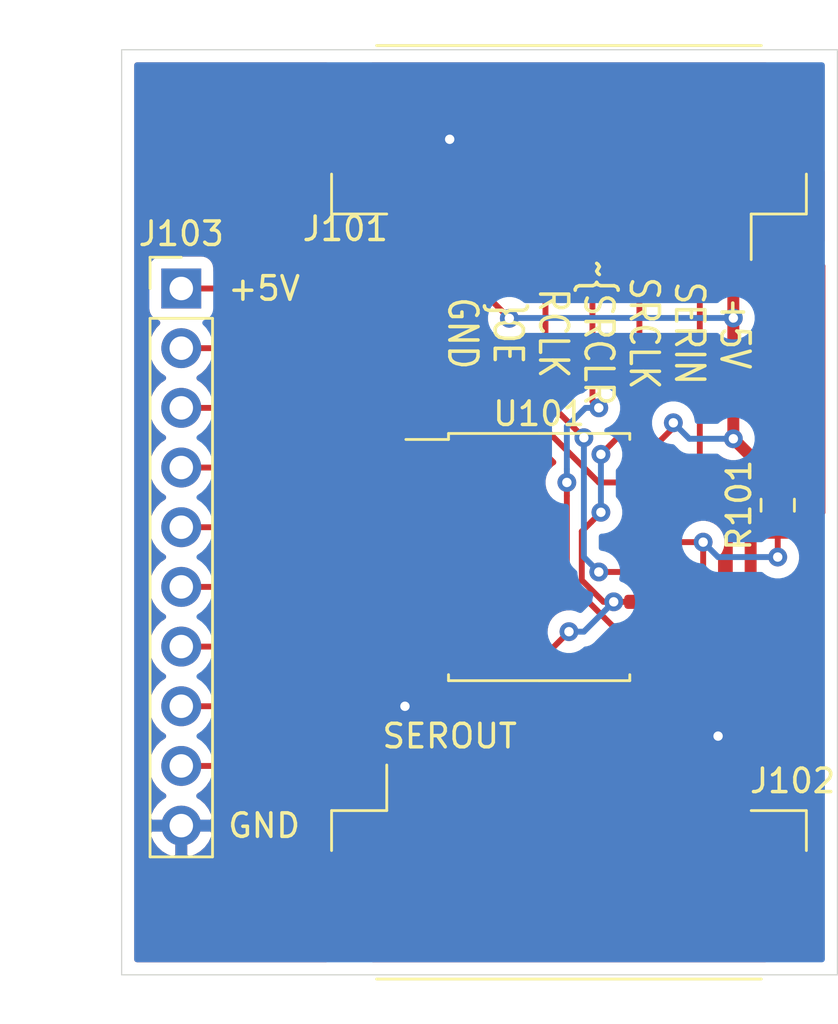
<source format=kicad_pcb>
(kicad_pcb (version 20171130) (host pcbnew 5.1.5-52549c5~84~ubuntu18.04.1)

  (general
    (thickness 1.6)
    (drawings 8)
    (tracks 130)
    (zones 0)
    (modules 5)
    (nets 17)
  )

  (page A4)
  (layers
    (0 F.Cu signal)
    (31 B.Cu signal)
    (32 B.Adhes user)
    (33 F.Adhes user)
    (34 B.Paste user)
    (35 F.Paste user)
    (36 B.SilkS user)
    (37 F.SilkS user)
    (38 B.Mask user)
    (39 F.Mask user)
    (40 Dwgs.User user)
    (41 Cmts.User user)
    (42 Eco1.User user)
    (43 Eco2.User user)
    (44 Edge.Cuts user)
    (45 Margin user)
    (46 B.CrtYd user)
    (47 F.CrtYd user)
    (48 B.Fab user)
    (49 F.Fab user)
  )

  (setup
    (last_trace_width 0.25)
    (user_trace_width 0.508)
    (trace_clearance 0.2)
    (zone_clearance 0.508)
    (zone_45_only no)
    (trace_min 0.2)
    (via_size 0.8)
    (via_drill 0.4)
    (via_min_size 0.4)
    (via_min_drill 0.3)
    (uvia_size 0.3)
    (uvia_drill 0.1)
    (uvias_allowed no)
    (uvia_min_size 0.2)
    (uvia_min_drill 0.1)
    (edge_width 0.05)
    (segment_width 0.2)
    (pcb_text_width 0.3)
    (pcb_text_size 1.5 1.5)
    (mod_edge_width 0.12)
    (mod_text_size 1 1)
    (mod_text_width 0.15)
    (pad_size 1.524 1.524)
    (pad_drill 0.762)
    (pad_to_mask_clearance 0.051)
    (solder_mask_min_width 0.25)
    (aux_axis_origin 0 0)
    (visible_elements FFFFFF7F)
    (pcbplotparams
      (layerselection 0x010f0_ffffffff)
      (usegerberextensions false)
      (usegerberattributes false)
      (usegerberadvancedattributes false)
      (creategerberjobfile false)
      (excludeedgelayer true)
      (linewidth 0.100000)
      (plotframeref false)
      (viasonmask false)
      (mode 1)
      (useauxorigin false)
      (hpglpennumber 1)
      (hpglpenspeed 20)
      (hpglpendiameter 15.000000)
      (psnegative false)
      (psa4output false)
      (plotreference true)
      (plotvalue true)
      (plotinvisibletext false)
      (padsonsilk false)
      (subtractmaskfromsilk false)
      (outputformat 1)
      (mirror false)
      (drillshape 0)
      (scaleselection 1)
      (outputdirectory "Gerbers"))
  )

  (net 0 "")
  (net 1 GND)
  (net 2 /~OE)
  (net 3 /RCLK)
  (net 4 /~SRCLR)
  (net 5 /SRCLK)
  (net 6 /SERIN)
  (net 7 +5V)
  (net 8 /SEROUT)
  (net 9 "Net-(J103-Pad9)")
  (net 10 "Net-(J103-Pad8)")
  (net 11 "Net-(J103-Pad7)")
  (net 12 "Net-(J103-Pad6)")
  (net 13 "Net-(J103-Pad5)")
  (net 14 "Net-(J103-Pad4)")
  (net 15 "Net-(J103-Pad3)")
  (net 16 "Net-(J103-Pad2)")

  (net_class Default "This is the default net class."
    (clearance 0.2)
    (trace_width 0.25)
    (via_dia 0.8)
    (via_drill 0.4)
    (uvia_dia 0.3)
    (uvia_drill 0.1)
    (add_net +5V)
    (add_net /RCLK)
    (add_net /SERIN)
    (add_net /SEROUT)
    (add_net /SRCLK)
    (add_net /~OE)
    (add_net /~SRCLR)
    (add_net GND)
    (add_net "Net-(J103-Pad2)")
    (add_net "Net-(J103-Pad3)")
    (add_net "Net-(J103-Pad4)")
    (add_net "Net-(J103-Pad5)")
    (add_net "Net-(J103-Pad6)")
    (add_net "Net-(J103-Pad7)")
    (add_net "Net-(J103-Pad8)")
    (add_net "Net-(J103-Pad9)")
  )

  (module Package_SO:SOIC-16W_7.5x10.3mm_P1.27mm (layer F.Cu) (tedit 5C97300E) (tstamp 5DD21950)
    (at 157.48 76.2)
    (descr "SOIC, 16 Pin (JEDEC MS-013AA, https://www.analog.com/media/en/package-pcb-resources/package/pkg_pdf/soic_wide-rw/rw_16.pdf), generated with kicad-footprint-generator ipc_gullwing_generator.py")
    (tags "SOIC SO")
    (path /5DD1B1EA)
    (attr smd)
    (fp_text reference U101 (at 0 -6.1) (layer F.SilkS)
      (effects (font (size 1 1) (thickness 0.15)))
    )
    (fp_text value 74HC595 (at 0 6.1) (layer F.Fab)
      (effects (font (size 1 1) (thickness 0.15)))
    )
    (fp_text user %R (at 0 0) (layer F.Fab)
      (effects (font (size 1 1) (thickness 0.15)))
    )
    (fp_line (start 5.93 -5.4) (end -5.93 -5.4) (layer F.CrtYd) (width 0.05))
    (fp_line (start 5.93 5.4) (end 5.93 -5.4) (layer F.CrtYd) (width 0.05))
    (fp_line (start -5.93 5.4) (end 5.93 5.4) (layer F.CrtYd) (width 0.05))
    (fp_line (start -5.93 -5.4) (end -5.93 5.4) (layer F.CrtYd) (width 0.05))
    (fp_line (start -3.75 -4.15) (end -2.75 -5.15) (layer F.Fab) (width 0.1))
    (fp_line (start -3.75 5.15) (end -3.75 -4.15) (layer F.Fab) (width 0.1))
    (fp_line (start 3.75 5.15) (end -3.75 5.15) (layer F.Fab) (width 0.1))
    (fp_line (start 3.75 -5.15) (end 3.75 5.15) (layer F.Fab) (width 0.1))
    (fp_line (start -2.75 -5.15) (end 3.75 -5.15) (layer F.Fab) (width 0.1))
    (fp_line (start -3.86 -5.005) (end -5.675 -5.005) (layer F.SilkS) (width 0.12))
    (fp_line (start -3.86 -5.26) (end -3.86 -5.005) (layer F.SilkS) (width 0.12))
    (fp_line (start 0 -5.26) (end -3.86 -5.26) (layer F.SilkS) (width 0.12))
    (fp_line (start 3.86 -5.26) (end 3.86 -5.005) (layer F.SilkS) (width 0.12))
    (fp_line (start 0 -5.26) (end 3.86 -5.26) (layer F.SilkS) (width 0.12))
    (fp_line (start -3.86 5.26) (end -3.86 5.005) (layer F.SilkS) (width 0.12))
    (fp_line (start 0 5.26) (end -3.86 5.26) (layer F.SilkS) (width 0.12))
    (fp_line (start 3.86 5.26) (end 3.86 5.005) (layer F.SilkS) (width 0.12))
    (fp_line (start 0 5.26) (end 3.86 5.26) (layer F.SilkS) (width 0.12))
    (pad 16 smd roundrect (at 4.65 -4.445) (size 2.05 0.6) (layers F.Cu F.Paste F.Mask) (roundrect_rratio 0.25)
      (net 7 +5V))
    (pad 15 smd roundrect (at 4.65 -3.175) (size 2.05 0.6) (layers F.Cu F.Paste F.Mask) (roundrect_rratio 0.25)
      (net 16 "Net-(J103-Pad2)"))
    (pad 14 smd roundrect (at 4.65 -1.905) (size 2.05 0.6) (layers F.Cu F.Paste F.Mask) (roundrect_rratio 0.25)
      (net 6 /SERIN))
    (pad 13 smd roundrect (at 4.65 -0.635) (size 2.05 0.6) (layers F.Cu F.Paste F.Mask) (roundrect_rratio 0.25)
      (net 2 /~OE))
    (pad 12 smd roundrect (at 4.65 0.635) (size 2.05 0.6) (layers F.Cu F.Paste F.Mask) (roundrect_rratio 0.25)
      (net 3 /RCLK))
    (pad 11 smd roundrect (at 4.65 1.905) (size 2.05 0.6) (layers F.Cu F.Paste F.Mask) (roundrect_rratio 0.25)
      (net 5 /SRCLK))
    (pad 10 smd roundrect (at 4.65 3.175) (size 2.05 0.6) (layers F.Cu F.Paste F.Mask) (roundrect_rratio 0.25)
      (net 4 /~SRCLR))
    (pad 9 smd roundrect (at 4.65 4.445) (size 2.05 0.6) (layers F.Cu F.Paste F.Mask) (roundrect_rratio 0.25)
      (net 8 /SEROUT))
    (pad 8 smd roundrect (at -4.65 4.445) (size 2.05 0.6) (layers F.Cu F.Paste F.Mask) (roundrect_rratio 0.25)
      (net 1 GND))
    (pad 7 smd roundrect (at -4.65 3.175) (size 2.05 0.6) (layers F.Cu F.Paste F.Mask) (roundrect_rratio 0.25)
      (net 9 "Net-(J103-Pad9)"))
    (pad 6 smd roundrect (at -4.65 1.905) (size 2.05 0.6) (layers F.Cu F.Paste F.Mask) (roundrect_rratio 0.25)
      (net 10 "Net-(J103-Pad8)"))
    (pad 5 smd roundrect (at -4.65 0.635) (size 2.05 0.6) (layers F.Cu F.Paste F.Mask) (roundrect_rratio 0.25)
      (net 11 "Net-(J103-Pad7)"))
    (pad 4 smd roundrect (at -4.65 -0.635) (size 2.05 0.6) (layers F.Cu F.Paste F.Mask) (roundrect_rratio 0.25)
      (net 12 "Net-(J103-Pad6)"))
    (pad 3 smd roundrect (at -4.65 -1.905) (size 2.05 0.6) (layers F.Cu F.Paste F.Mask) (roundrect_rratio 0.25)
      (net 13 "Net-(J103-Pad5)"))
    (pad 2 smd roundrect (at -4.65 -3.175) (size 2.05 0.6) (layers F.Cu F.Paste F.Mask) (roundrect_rratio 0.25)
      (net 14 "Net-(J103-Pad4)"))
    (pad 1 smd roundrect (at -4.65 -4.445) (size 2.05 0.6) (layers F.Cu F.Paste F.Mask) (roundrect_rratio 0.25)
      (net 15 "Net-(J103-Pad3)"))
    (model ${KISYS3DMOD}/Package_SO.3dshapes/SOIC-16W_7.5x10.3mm_P1.27mm.wrl
      (at (xyz 0 0 0))
      (scale (xyz 1 1 1))
      (rotate (xyz 0 0 0))
    )
  )

  (module Resistor_SMD:R_0805_2012Metric (layer F.Cu) (tedit 5B36C52B) (tstamp 5DD21AB4)
    (at 167.64 73.9925 90)
    (descr "Resistor SMD 0805 (2012 Metric), square (rectangular) end terminal, IPC_7351 nominal, (Body size source: https://docs.google.com/spreadsheets/d/1BsfQQcO9C6DZCsRaXUlFlo91Tg2WpOkGARC1WS5S8t0/edit?usp=sharing), generated with kicad-footprint-generator")
    (tags resistor)
    (path /5DD25EBA)
    (attr smd)
    (fp_text reference R101 (at 0 -1.65 90) (layer F.SilkS)
      (effects (font (size 1 1) (thickness 0.15)))
    )
    (fp_text value 10k (at 0 1.65 90) (layer F.Fab)
      (effects (font (size 1 1) (thickness 0.15)))
    )
    (fp_text user %R (at 0 0 90) (layer F.Fab)
      (effects (font (size 0.5 0.5) (thickness 0.08)))
    )
    (fp_line (start 1.68 0.95) (end -1.68 0.95) (layer F.CrtYd) (width 0.05))
    (fp_line (start 1.68 -0.95) (end 1.68 0.95) (layer F.CrtYd) (width 0.05))
    (fp_line (start -1.68 -0.95) (end 1.68 -0.95) (layer F.CrtYd) (width 0.05))
    (fp_line (start -1.68 0.95) (end -1.68 -0.95) (layer F.CrtYd) (width 0.05))
    (fp_line (start -0.258578 0.71) (end 0.258578 0.71) (layer F.SilkS) (width 0.12))
    (fp_line (start -0.258578 -0.71) (end 0.258578 -0.71) (layer F.SilkS) (width 0.12))
    (fp_line (start 1 0.6) (end -1 0.6) (layer F.Fab) (width 0.1))
    (fp_line (start 1 -0.6) (end 1 0.6) (layer F.Fab) (width 0.1))
    (fp_line (start -1 -0.6) (end 1 -0.6) (layer F.Fab) (width 0.1))
    (fp_line (start -1 0.6) (end -1 -0.6) (layer F.Fab) (width 0.1))
    (pad 2 smd roundrect (at 0.9375 0 90) (size 0.975 1.4) (layers F.Cu F.Paste F.Mask) (roundrect_rratio 0.25)
      (net 7 +5V))
    (pad 1 smd roundrect (at -0.9375 0 90) (size 0.975 1.4) (layers F.Cu F.Paste F.Mask) (roundrect_rratio 0.25)
      (net 2 /~OE))
    (model ${KISYS3DMOD}/Resistor_SMD.3dshapes/R_0805_2012Metric.wrl
      (at (xyz 0 0 0))
      (scale (xyz 1 1 1))
      (rotate (xyz 0 0 0))
    )
  )

  (module Connector_PinHeader_2.54mm:PinHeader_1x10_P2.54mm_Vertical (layer F.Cu) (tedit 59FED5CC) (tstamp 5DD21620)
    (at 142.24 64.77)
    (descr "Through hole straight pin header, 1x10, 2.54mm pitch, single row")
    (tags "Through hole pin header THT 1x10 2.54mm single row")
    (path /5DD2C159)
    (fp_text reference J103 (at 0 -2.33) (layer F.SilkS)
      (effects (font (size 1 1) (thickness 0.15)))
    )
    (fp_text value Conn_01x10_Female (at 0 25.19) (layer F.Fab)
      (effects (font (size 1 1) (thickness 0.15)))
    )
    (fp_text user %R (at 0 11.43 90) (layer F.Fab)
      (effects (font (size 1 1) (thickness 0.15)))
    )
    (fp_line (start 1.8 -1.8) (end -1.8 -1.8) (layer F.CrtYd) (width 0.05))
    (fp_line (start 1.8 24.65) (end 1.8 -1.8) (layer F.CrtYd) (width 0.05))
    (fp_line (start -1.8 24.65) (end 1.8 24.65) (layer F.CrtYd) (width 0.05))
    (fp_line (start -1.8 -1.8) (end -1.8 24.65) (layer F.CrtYd) (width 0.05))
    (fp_line (start -1.33 -1.33) (end 0 -1.33) (layer F.SilkS) (width 0.12))
    (fp_line (start -1.33 0) (end -1.33 -1.33) (layer F.SilkS) (width 0.12))
    (fp_line (start -1.33 1.27) (end 1.33 1.27) (layer F.SilkS) (width 0.12))
    (fp_line (start 1.33 1.27) (end 1.33 24.19) (layer F.SilkS) (width 0.12))
    (fp_line (start -1.33 1.27) (end -1.33 24.19) (layer F.SilkS) (width 0.12))
    (fp_line (start -1.33 24.19) (end 1.33 24.19) (layer F.SilkS) (width 0.12))
    (fp_line (start -1.27 -0.635) (end -0.635 -1.27) (layer F.Fab) (width 0.1))
    (fp_line (start -1.27 24.13) (end -1.27 -0.635) (layer F.Fab) (width 0.1))
    (fp_line (start 1.27 24.13) (end -1.27 24.13) (layer F.Fab) (width 0.1))
    (fp_line (start 1.27 -1.27) (end 1.27 24.13) (layer F.Fab) (width 0.1))
    (fp_line (start -0.635 -1.27) (end 1.27 -1.27) (layer F.Fab) (width 0.1))
    (pad 10 thru_hole oval (at 0 22.86) (size 1.7 1.7) (drill 1) (layers *.Cu *.Mask)
      (net 1 GND))
    (pad 9 thru_hole oval (at 0 20.32) (size 1.7 1.7) (drill 1) (layers *.Cu *.Mask)
      (net 9 "Net-(J103-Pad9)"))
    (pad 8 thru_hole oval (at 0 17.78) (size 1.7 1.7) (drill 1) (layers *.Cu *.Mask)
      (net 10 "Net-(J103-Pad8)"))
    (pad 7 thru_hole oval (at 0 15.24) (size 1.7 1.7) (drill 1) (layers *.Cu *.Mask)
      (net 11 "Net-(J103-Pad7)"))
    (pad 6 thru_hole oval (at 0 12.7) (size 1.7 1.7) (drill 1) (layers *.Cu *.Mask)
      (net 12 "Net-(J103-Pad6)"))
    (pad 5 thru_hole oval (at 0 10.16) (size 1.7 1.7) (drill 1) (layers *.Cu *.Mask)
      (net 13 "Net-(J103-Pad5)"))
    (pad 4 thru_hole oval (at 0 7.62) (size 1.7 1.7) (drill 1) (layers *.Cu *.Mask)
      (net 14 "Net-(J103-Pad4)"))
    (pad 3 thru_hole oval (at 0 5.08) (size 1.7 1.7) (drill 1) (layers *.Cu *.Mask)
      (net 15 "Net-(J103-Pad3)"))
    (pad 2 thru_hole oval (at 0 2.54) (size 1.7 1.7) (drill 1) (layers *.Cu *.Mask)
      (net 16 "Net-(J103-Pad2)"))
    (pad 1 thru_hole rect (at 0 0) (size 1.7 1.7) (drill 1) (layers *.Cu *.Mask)
      (net 7 +5V))
    (model ${KISYS3DMOD}/Connector_PinHeader_2.54mm.3dshapes/PinHeader_1x10_P2.54mm_Vertical.wrl
      (at (xyz 0 0 0))
      (scale (xyz 1 1 1))
      (rotate (xyz 0 0 0))
    )
  )

  (module Connector_Molex:Molex_CLIK-Mate_502494-0870_1x08-1MP_P2.00mm_Horizontal (layer F.Cu) (tedit 5B78AD8A) (tstamp 5DD21602)
    (at 158.75 88.9)
    (descr "Molex CLIK-Mate series connector, 502494-0870 (http://www.molex.com/pdm_docs/sd/5024940270_sd.pdf), generated with kicad-footprint-generator")
    (tags "connector Molex CLIK-Mate top entry")
    (path /5DD1E95A)
    (attr smd)
    (fp_text reference J102 (at 9.525 -3.175) (layer F.SilkS)
      (effects (font (size 1 1) (thickness 0.15)))
    )
    (fp_text value Conn_01x07_Male (at 0 6.35) (layer F.Fab)
      (effects (font (size 1 1) (thickness 0.15)))
    )
    (fp_text user %R (at 0 0.38) (layer F.Fab)
      (effects (font (size 1 1) (thickness 0.15)))
    )
    (fp_line (start -7 -1.092893) (end -6.5 -1.8) (layer F.Fab) (width 0.1))
    (fp_line (start -7.5 -1.8) (end -7 -1.092893) (layer F.Fab) (width 0.1))
    (fp_line (start 10.75 -4.35) (end -10.75 -4.35) (layer F.CrtYd) (width 0.05))
    (fp_line (start 10.75 5.65) (end 10.75 -4.35) (layer F.CrtYd) (width 0.05))
    (fp_line (start -10.75 5.65) (end 10.75 5.65) (layer F.CrtYd) (width 0.05))
    (fp_line (start -10.75 -4.35) (end -10.75 5.65) (layer F.CrtYd) (width 0.05))
    (fp_line (start 10 -1.8) (end 10 2.55) (layer F.Fab) (width 0.1))
    (fp_line (start -10 -1.8) (end -10 2.55) (layer F.Fab) (width 0.1))
    (fp_line (start 9.67 2.55) (end 10 2.55) (layer F.Fab) (width 0.1))
    (fp_line (start 9.67 5.15) (end 9.67 2.55) (layer F.Fab) (width 0.1))
    (fp_line (start -9.67 5.15) (end 9.67 5.15) (layer F.Fab) (width 0.1))
    (fp_line (start -9.67 2.55) (end -9.67 5.15) (layer F.Fab) (width 0.1))
    (fp_line (start -10 2.55) (end -9.67 2.55) (layer F.Fab) (width 0.1))
    (fp_line (start -8.19 5.26) (end 8.19 5.26) (layer F.SilkS) (width 0.12))
    (fp_line (start 10.11 -1.91) (end 7.76 -1.91) (layer F.SilkS) (width 0.12))
    (fp_line (start 10.11 -0.21) (end 10.11 -1.91) (layer F.SilkS) (width 0.12))
    (fp_line (start -7.76 -1.91) (end -7.76 -3.85) (layer F.SilkS) (width 0.12))
    (fp_line (start -10.11 -1.91) (end -7.76 -1.91) (layer F.SilkS) (width 0.12))
    (fp_line (start -10.11 -0.21) (end -10.11 -1.91) (layer F.SilkS) (width 0.12))
    (fp_line (start -10 -1.8) (end 10 -1.8) (layer F.Fab) (width 0.1))
    (pad MP smd roundrect (at 9.35 1.95) (size 1.8 3.8) (layers F.Cu F.Paste F.Mask) (roundrect_rratio 0.138889))
    (pad MP smd roundrect (at -9.35 1.95) (size 1.8 3.8) (layers F.Cu F.Paste F.Mask) (roundrect_rratio 0.138889))
    (pad 8 smd roundrect (at 7 -2.5) (size 1 2.7) (layers F.Cu F.Paste F.Mask) (roundrect_rratio 0.25))
    (pad 7 smd roundrect (at 5 -2.5) (size 1 2.7) (layers F.Cu F.Paste F.Mask) (roundrect_rratio 0.25)
      (net 1 GND))
    (pad 6 smd roundrect (at 3 -2.5) (size 1 2.7) (layers F.Cu F.Paste F.Mask) (roundrect_rratio 0.25)
      (net 2 /~OE))
    (pad 5 smd roundrect (at 1 -2.5) (size 1 2.7) (layers F.Cu F.Paste F.Mask) (roundrect_rratio 0.25)
      (net 3 /RCLK))
    (pad 4 smd roundrect (at -1 -2.5) (size 1 2.7) (layers F.Cu F.Paste F.Mask) (roundrect_rratio 0.25)
      (net 4 /~SRCLR))
    (pad 3 smd roundrect (at -3 -2.5) (size 1 2.7) (layers F.Cu F.Paste F.Mask) (roundrect_rratio 0.25)
      (net 5 /SRCLK))
    (pad 2 smd roundrect (at -5 -2.5) (size 1 2.7) (layers F.Cu F.Paste F.Mask) (roundrect_rratio 0.25)
      (net 8 /SEROUT))
    (pad 1 smd roundrect (at -7 -2.5) (size 1 2.7) (layers F.Cu F.Paste F.Mask) (roundrect_rratio 0.25)
      (net 7 +5V))
    (model ${KISYS3DMOD}/Connector_Molex.3dshapes/Molex_CLIK-Mate_502494-0870_1x08-1MP_P2.00mm_Horizontal.wrl
      (at (xyz 0 0 0))
      (scale (xyz 1 1 1))
      (rotate (xyz 0 0 0))
    )
  )

  (module Connector_Molex:Molex_CLIK-Mate_502494-0870_1x08-1MP_P2.00mm_Horizontal (layer F.Cu) (tedit 5B78AD8A) (tstamp 5DD215DF)
    (at 158.75 59.69 180)
    (descr "Molex CLIK-Mate series connector, 502494-0870 (http://www.molex.com/pdm_docs/sd/5024940270_sd.pdf), generated with kicad-footprint-generator")
    (tags "connector Molex CLIK-Mate top entry")
    (path /5DD1E13B)
    (attr smd)
    (fp_text reference J101 (at 9.525 -2.54) (layer F.SilkS)
      (effects (font (size 1 1) (thickness 0.15)))
    )
    (fp_text value Conn_01x07_Female (at 0 6.35) (layer F.Fab)
      (effects (font (size 1 1) (thickness 0.15)))
    )
    (fp_text user %R (at 0 0.38) (layer F.Fab)
      (effects (font (size 1 1) (thickness 0.15)))
    )
    (fp_line (start -7 -1.092893) (end -6.5 -1.8) (layer F.Fab) (width 0.1))
    (fp_line (start -7.5 -1.8) (end -7 -1.092893) (layer F.Fab) (width 0.1))
    (fp_line (start 10.75 -4.35) (end -10.75 -4.35) (layer F.CrtYd) (width 0.05))
    (fp_line (start 10.75 5.65) (end 10.75 -4.35) (layer F.CrtYd) (width 0.05))
    (fp_line (start -10.75 5.65) (end 10.75 5.65) (layer F.CrtYd) (width 0.05))
    (fp_line (start -10.75 -4.35) (end -10.75 5.65) (layer F.CrtYd) (width 0.05))
    (fp_line (start 10 -1.8) (end 10 2.55) (layer F.Fab) (width 0.1))
    (fp_line (start -10 -1.8) (end -10 2.55) (layer F.Fab) (width 0.1))
    (fp_line (start 9.67 2.55) (end 10 2.55) (layer F.Fab) (width 0.1))
    (fp_line (start 9.67 5.15) (end 9.67 2.55) (layer F.Fab) (width 0.1))
    (fp_line (start -9.67 5.15) (end 9.67 5.15) (layer F.Fab) (width 0.1))
    (fp_line (start -9.67 2.55) (end -9.67 5.15) (layer F.Fab) (width 0.1))
    (fp_line (start -10 2.55) (end -9.67 2.55) (layer F.Fab) (width 0.1))
    (fp_line (start -8.19 5.26) (end 8.19 5.26) (layer F.SilkS) (width 0.12))
    (fp_line (start 10.11 -1.91) (end 7.76 -1.91) (layer F.SilkS) (width 0.12))
    (fp_line (start 10.11 -0.21) (end 10.11 -1.91) (layer F.SilkS) (width 0.12))
    (fp_line (start -7.76 -1.91) (end -7.76 -3.85) (layer F.SilkS) (width 0.12))
    (fp_line (start -10.11 -1.91) (end -7.76 -1.91) (layer F.SilkS) (width 0.12))
    (fp_line (start -10.11 -0.21) (end -10.11 -1.91) (layer F.SilkS) (width 0.12))
    (fp_line (start -10 -1.8) (end 10 -1.8) (layer F.Fab) (width 0.1))
    (pad MP smd roundrect (at 9.35 1.95 180) (size 1.8 3.8) (layers F.Cu F.Paste F.Mask) (roundrect_rratio 0.138889))
    (pad MP smd roundrect (at -9.35 1.95 180) (size 1.8 3.8) (layers F.Cu F.Paste F.Mask) (roundrect_rratio 0.138889))
    (pad 8 smd roundrect (at 7 -2.5 180) (size 1 2.7) (layers F.Cu F.Paste F.Mask) (roundrect_rratio 0.25))
    (pad 7 smd roundrect (at 5 -2.5 180) (size 1 2.7) (layers F.Cu F.Paste F.Mask) (roundrect_rratio 0.25)
      (net 1 GND))
    (pad 6 smd roundrect (at 3 -2.5 180) (size 1 2.7) (layers F.Cu F.Paste F.Mask) (roundrect_rratio 0.25)
      (net 2 /~OE))
    (pad 5 smd roundrect (at 1 -2.5 180) (size 1 2.7) (layers F.Cu F.Paste F.Mask) (roundrect_rratio 0.25)
      (net 3 /RCLK))
    (pad 4 smd roundrect (at -1 -2.5 180) (size 1 2.7) (layers F.Cu F.Paste F.Mask) (roundrect_rratio 0.25)
      (net 4 /~SRCLR))
    (pad 3 smd roundrect (at -3 -2.5 180) (size 1 2.7) (layers F.Cu F.Paste F.Mask) (roundrect_rratio 0.25)
      (net 5 /SRCLK))
    (pad 2 smd roundrect (at -5 -2.5 180) (size 1 2.7) (layers F.Cu F.Paste F.Mask) (roundrect_rratio 0.25)
      (net 6 /SERIN))
    (pad 1 smd roundrect (at -7 -2.5 180) (size 1 2.7) (layers F.Cu F.Paste F.Mask) (roundrect_rratio 0.25)
      (net 7 +5V))
    (model ${KISYS3DMOD}/Connector_Molex.3dshapes/Molex_CLIK-Mate_502494-0870_1x08-1MP_P2.00mm_Horizontal.wrl
      (at (xyz 0 0 0))
      (scale (xyz 1 1 1))
      (rotate (xyz 0 0 0))
    )
  )

  (gr_text SEROUT (at 153.67 83.82) (layer F.SilkS)
    (effects (font (size 1 1) (thickness 0.15)))
  )
  (gr_text "+5V\nSERIN\nSRCLK\n~SRCLR\nRCLK\n~OE\nGND" (at 160.02 66.675 270) (layer F.SilkS)
    (effects (font (size 1.2 1) (thickness 0.15)))
  )
  (gr_text GND (at 144.145 87.63) (layer F.SilkS)
    (effects (font (size 1 1) (thickness 0.15)) (justify left))
  )
  (gr_text "+5V\n" (at 144.145 64.77) (layer F.SilkS)
    (effects (font (size 1 1) (thickness 0.15)) (justify left))
  )
  (gr_line (start 139.7 93.98) (end 139.7 54.61) (layer Edge.Cuts) (width 0.05) (tstamp 5DD21B15))
  (gr_line (start 170.18 93.98) (end 139.7 93.98) (layer Edge.Cuts) (width 0.05))
  (gr_line (start 170.18 54.61) (end 170.18 93.98) (layer Edge.Cuts) (width 0.05))
  (gr_line (start 139.7 54.61) (end 170.18 54.61) (layer Edge.Cuts) (width 0.05))

  (via (at 151.765 82.55) (size 0.8) (drill 0.4) (layers F.Cu B.Cu) (net 1))
  (segment (start 152.83 80.645) (end 152.83 81.485) (width 0.25) (layer F.Cu) (net 1))
  (segment (start 152.83 81.485) (end 151.765 82.55) (width 0.25) (layer F.Cu) (net 1))
  (via (at 165.1 83.82) (size 0.8) (drill 0.4) (layers F.Cu B.Cu) (net 1))
  (segment (start 163.75 86.4) (end 163.75 85.17) (width 0.508) (layer F.Cu) (net 1))
  (segment (start 163.75 85.17) (end 165.1 83.82) (width 0.508) (layer F.Cu) (net 1))
  (via (at 153.67 58.42) (size 0.8) (drill 0.4) (layers F.Cu B.Cu) (net 1))
  (segment (start 153.75 62.19) (end 153.75 58.5) (width 0.508) (layer F.Cu) (net 1))
  (segment (start 153.75 58.5) (end 153.67 58.42) (width 0.508) (layer F.Cu) (net 1))
  (segment (start 156.32071 61.61929) (end 156.32071 61.4561) (width 0.25) (layer F.Cu) (net 2))
  (segment (start 155.75 62.19) (end 156.32071 61.61929) (width 0.25) (layer F.Cu) (net 2))
  (segment (start 156.32071 61.4561) (end 158.08681 59.69) (width 0.25) (layer F.Cu) (net 2))
  (segment (start 158.08681 59.69) (end 158.36182 59.96501) (width 0.25) (layer F.Cu) (net 2))
  (segment (start 158.36182 59.96501) (end 165.6882 59.96501) (width 0.25) (layer F.Cu) (net 2))
  (segment (start 169.545 63.82181) (end 169.545 74.295) (width 0.25) (layer F.Cu) (net 2))
  (segment (start 165.6882 59.96501) (end 169.545 63.82181) (width 0.25) (layer F.Cu) (net 2))
  (segment (start 168.91 74.93) (end 169.545 74.295) (width 0.25) (layer F.Cu) (net 2))
  (segment (start 167.64 74.93) (end 168.91 74.93) (width 0.25) (layer F.Cu) (net 2))
  (via (at 167.64 76.2) (size 0.8) (drill 0.4) (layers F.Cu B.Cu) (net 2))
  (segment (start 167.64 74.93) (end 167.64 76.2) (width 0.25) (layer F.Cu) (net 2))
  (via (at 164.465 75.565) (size 0.8) (drill 0.4) (layers F.Cu B.Cu) (net 2))
  (segment (start 167.64 76.2) (end 165.1 76.2) (width 0.25) (layer B.Cu) (net 2))
  (segment (start 165.1 76.2) (end 164.465 75.565) (width 0.25) (layer B.Cu) (net 2))
  (segment (start 164.465 75.565) (end 162.13 75.565) (width 0.25) (layer F.Cu) (net 2))
  (segment (start 162.32071 85.82929) (end 161.75 86.4) (width 0.25) (layer F.Cu) (net 2))
  (segment (start 162.32071 84.69429) (end 162.32071 85.82929) (width 0.25) (layer F.Cu) (net 2))
  (segment (start 164.465 82.55) (end 162.32071 84.69429) (width 0.25) (layer F.Cu) (net 2))
  (segment (start 164.465 75.565) (end 164.465 82.55) (width 0.25) (layer F.Cu) (net 2))
  (segment (start 157.75 69.485) (end 159.385 71.12) (width 0.25) (layer F.Cu) (net 3))
  (segment (start 157.75 62.19) (end 157.75 69.485) (width 0.25) (layer F.Cu) (net 3))
  (via (at 159.385 71.12) (size 0.8) (drill 0.4) (layers F.Cu B.Cu) (net 3))
  (segment (start 159.385 71.12) (end 159.385 76.2) (width 0.25) (layer B.Cu) (net 3))
  (via (at 160.02 76.835) (size 0.8) (drill 0.4) (layers F.Cu B.Cu) (net 3))
  (segment (start 159.385 76.2) (end 160.02 76.835) (width 0.25) (layer B.Cu) (net 3))
  (segment (start 160.02 76.835) (end 162.13 76.835) (width 0.25) (layer F.Cu) (net 3))
  (segment (start 160.32071 85.82929) (end 160.32071 84.78929) (width 0.25) (layer F.Cu) (net 3))
  (segment (start 159.75 86.4) (end 160.32071 85.82929) (width 0.25) (layer F.Cu) (net 3))
  (segment (start 160.32071 84.78929) (end 163.83 81.28) (width 0.25) (layer F.Cu) (net 3))
  (segment (start 163.255 76.835) (end 162.13 76.835) (width 0.25) (layer F.Cu) (net 3))
  (segment (start 163.83 77.41) (end 163.255 76.835) (width 0.25) (layer F.Cu) (net 3))
  (segment (start 163.83 81.28) (end 163.83 77.41) (width 0.25) (layer F.Cu) (net 3))
  (via (at 160.02 69.85) (size 0.8) (drill 0.4) (layers F.Cu B.Cu) (net 4))
  (segment (start 159.75 62.19) (end 159.75 69.58) (width 0.25) (layer F.Cu) (net 4))
  (segment (start 159.75 69.58) (end 160.02 69.85) (width 0.25) (layer F.Cu) (net 4))
  (segment (start 158.65999 70.644325) (end 158.65999 72.459315) (width 0.25) (layer B.Cu) (net 4))
  (segment (start 160.02 69.85) (end 159.454315 69.85) (width 0.25) (layer B.Cu) (net 4))
  (segment (start 159.454315 69.85) (end 158.65999 70.644325) (width 0.25) (layer B.Cu) (net 4))
  (segment (start 158.65999 72.459315) (end 158.65999 73.025) (width 0.25) (layer B.Cu) (net 4))
  (via (at 158.65999 73.025) (size 0.8) (drill 0.4) (layers F.Cu B.Cu) (net 4))
  (segment (start 158.65999 77.184403) (end 158.65999 73.590685) (width 0.25) (layer F.Cu) (net 4))
  (segment (start 158.65999 73.590685) (end 158.65999 73.025) (width 0.25) (layer F.Cu) (net 4))
  (segment (start 160.850587 79.375) (end 158.65999 77.184403) (width 0.25) (layer F.Cu) (net 4))
  (segment (start 162.13 79.375) (end 160.850587 79.375) (width 0.25) (layer F.Cu) (net 4))
  (segment (start 158.32071 81.904877) (end 160.850587 79.375) (width 0.25) (layer F.Cu) (net 4))
  (segment (start 157.75 86.4) (end 157.75 82.475587) (width 0.25) (layer F.Cu) (net 4))
  (segment (start 157.75 82.475587) (end 158.32071 81.904877) (width 0.25) (layer F.Cu) (net 4))
  (via (at 160.11001 71.828558) (size 0.8) (drill 0.4) (layers F.Cu B.Cu) (net 5))
  (via (at 160.11001 74.295) (size 0.8) (drill 0.4) (layers F.Cu B.Cu) (net 5))
  (segment (start 161.75 70.188568) (end 160.510009 71.428559) (width 0.25) (layer F.Cu) (net 5))
  (segment (start 161.75 62.19) (end 161.75 70.188568) (width 0.25) (layer F.Cu) (net 5))
  (segment (start 160.510009 71.428559) (end 160.11001 71.828558) (width 0.25) (layer F.Cu) (net 5))
  (segment (start 160.11001 71.828558) (end 160.11001 74.295) (width 0.25) (layer B.Cu) (net 5))
  (segment (start 162.13 78.105) (end 160.216998 78.105) (width 0.25) (layer F.Cu) (net 5))
  (segment (start 159.294999 77.183001) (end 159.294999 75.110011) (width 0.25) (layer F.Cu) (net 5))
  (segment (start 160.216998 78.105) (end 159.294999 77.183001) (width 0.25) (layer F.Cu) (net 5))
  (segment (start 159.710011 74.694999) (end 160.11001 74.295) (width 0.25) (layer F.Cu) (net 5))
  (segment (start 159.294999 75.110011) (end 159.710011 74.694999) (width 0.25) (layer F.Cu) (net 5))
  (via (at 158.75 79.375) (size 0.8) (drill 0.4) (layers F.Cu B.Cu) (net 5))
  (segment (start 155.75 86.4) (end 155.75 82.375) (width 0.25) (layer F.Cu) (net 5))
  (segment (start 155.75 82.375) (end 158.75 79.375) (width 0.25) (layer F.Cu) (net 5))
  (via (at 160.655 78.105) (size 0.8) (drill 0.4) (layers F.Cu B.Cu) (net 5))
  (segment (start 158.75 79.375) (end 159.385 79.375) (width 0.25) (layer B.Cu) (net 5))
  (segment (start 159.385 79.375) (end 160.655 78.105) (width 0.25) (layer B.Cu) (net 5))
  (segment (start 163.255 74.295) (end 162.13 74.295) (width 0.25) (layer F.Cu) (net 6))
  (segment (start 164.32071 73.22929) (end 163.255 74.295) (width 0.25) (layer F.Cu) (net 6))
  (segment (start 164.32071 62.76071) (end 164.32071 73.22929) (width 0.25) (layer F.Cu) (net 6))
  (segment (start 163.75 62.19) (end 164.32071 62.76071) (width 0.25) (layer F.Cu) (net 6))
  (segment (start 165.75 71.165) (end 167.64 73.055) (width 0.508) (layer F.Cu) (net 7))
  (segment (start 166.48599 74.20901) (end 166.48599 76.95099) (width 0.508) (layer F.Cu) (net 7))
  (segment (start 167.64 73.055) (end 166.48599 74.20901) (width 0.508) (layer F.Cu) (net 7))
  (segment (start 166.48599 76.95099) (end 167.005 77.47) (width 0.508) (layer F.Cu) (net 7))
  (segment (start 167.005 87.490622) (end 164.960622 89.535) (width 0.508) (layer F.Cu) (net 7))
  (segment (start 167.005 77.47) (end 167.005 87.490622) (width 0.508) (layer F.Cu) (net 7))
  (segment (start 151.75 87.85) (end 151.75 86.4) (width 0.508) (layer F.Cu) (net 7))
  (segment (start 153.435 89.535) (end 151.75 87.85) (width 0.508) (layer F.Cu) (net 7))
  (segment (start 164.960622 89.535) (end 153.435 89.535) (width 0.508) (layer F.Cu) (net 7))
  (via (at 165.75 71.165) (size 0.8) (drill 0.4) (layers F.Cu B.Cu) (net 7))
  (via (at 163.195 70.485) (size 0.8) (drill 0.4) (layers F.Cu B.Cu) (net 7))
  (segment (start 165.75 71.165) (end 163.875 71.165) (width 0.25) (layer B.Cu) (net 7))
  (segment (start 163.875 71.165) (end 163.195 70.485) (width 0.25) (layer B.Cu) (net 7))
  (segment (start 163.195 70.69) (end 162.13 71.755) (width 0.25) (layer F.Cu) (net 7))
  (segment (start 163.195 70.485) (end 163.195 70.69) (width 0.25) (layer F.Cu) (net 7))
  (via (at 165.75 66.025) (size 0.8) (drill 0.4) (layers F.Cu B.Cu) (net 7))
  (segment (start 165.75 62.19) (end 165.75 66.025) (width 0.508) (layer F.Cu) (net 7))
  (segment (start 165.75 66.025) (end 165.75 71.165) (width 0.508) (layer F.Cu) (net 7))
  (via (at 156.21 66.04) (size 0.8) (drill 0.4) (layers F.Cu B.Cu) (net 7))
  (segment (start 165.75 66.025) (end 156.225 66.025) (width 0.25) (layer B.Cu) (net 7))
  (segment (start 156.225 66.025) (end 156.21 66.04) (width 0.25) (layer B.Cu) (net 7))
  (segment (start 154.94 64.77) (end 142.24 64.77) (width 0.25) (layer F.Cu) (net 7))
  (segment (start 156.21 66.04) (end 154.94 64.77) (width 0.25) (layer F.Cu) (net 7))
  (segment (start 153.75 87.85) (end 154.8 88.9) (width 0.25) (layer F.Cu) (net 8))
  (segment (start 153.75 86.4) (end 153.75 87.85) (width 0.25) (layer F.Cu) (net 8))
  (segment (start 157.41319 88.9) (end 158.75 87.56319) (width 0.25) (layer F.Cu) (net 8))
  (segment (start 154.8 88.9) (end 157.41319 88.9) (width 0.25) (layer F.Cu) (net 8))
  (segment (start 158.75 84.025) (end 162.13 80.645) (width 0.25) (layer F.Cu) (net 8))
  (segment (start 158.75 87.56319) (end 158.75 84.025) (width 0.25) (layer F.Cu) (net 8))
  (segment (start 152.45929 79.74571) (end 150.12429 79.74571) (width 0.25) (layer F.Cu) (net 9))
  (segment (start 152.83 79.375) (end 152.45929 79.74571) (width 0.25) (layer F.Cu) (net 9))
  (segment (start 144.78 85.09) (end 142.24 85.09) (width 0.25) (layer F.Cu) (net 9))
  (segment (start 150.12429 79.74571) (end 144.78 85.09) (width 0.25) (layer F.Cu) (net 9))
  (segment (start 152.83 78.105) (end 149.225 78.105) (width 0.25) (layer F.Cu) (net 10))
  (segment (start 149.225 78.105) (end 144.78 82.55) (width 0.25) (layer F.Cu) (net 10))
  (segment (start 144.78 82.55) (end 142.24 82.55) (width 0.25) (layer F.Cu) (net 10))
  (segment (start 152.83 76.835) (end 148.59 76.835) (width 0.25) (layer F.Cu) (net 11))
  (segment (start 145.415 80.01) (end 142.24 80.01) (width 0.25) (layer F.Cu) (net 11))
  (segment (start 148.59 76.835) (end 145.415 80.01) (width 0.25) (layer F.Cu) (net 11))
  (segment (start 152.83 75.565) (end 147.955 75.565) (width 0.25) (layer F.Cu) (net 12))
  (segment (start 146.05 77.47) (end 142.24 77.47) (width 0.25) (layer F.Cu) (net 12))
  (segment (start 147.955 75.565) (end 146.05 77.47) (width 0.25) (layer F.Cu) (net 12))
  (segment (start 152.83 74.295) (end 149.86 74.295) (width 0.25) (layer F.Cu) (net 13))
  (segment (start 149.225 74.93) (end 142.24 74.93) (width 0.25) (layer F.Cu) (net 13))
  (segment (start 149.86 74.295) (end 149.225 74.93) (width 0.25) (layer F.Cu) (net 13))
  (segment (start 152.83 73.025) (end 145.415 73.025) (width 0.25) (layer F.Cu) (net 14))
  (segment (start 144.78 72.39) (end 142.24 72.39) (width 0.25) (layer F.Cu) (net 14))
  (segment (start 145.415 73.025) (end 144.78 72.39) (width 0.25) (layer F.Cu) (net 14))
  (segment (start 152.83 71.755) (end 150.925 69.85) (width 0.25) (layer F.Cu) (net 15))
  (segment (start 150.925 69.85) (end 142.24 69.85) (width 0.25) (layer F.Cu) (net 15))
  (segment (start 162.13 73.025) (end 160.02 73.025) (width 0.25) (layer F.Cu) (net 16))
  (segment (start 154.305 67.31) (end 142.24 67.31) (width 0.25) (layer F.Cu) (net 16))
  (segment (start 160.02 73.025) (end 154.305 67.31) (width 0.25) (layer F.Cu) (net 16))

  (zone (net 1) (net_name GND) (layer F.Cu) (tstamp 0) (hatch edge 0.508)
    (connect_pads (clearance 0.508))
    (min_thickness 0.254)
    (fill yes (arc_segments 32) (thermal_gap 0.508) (thermal_bridge_width 0.508))
    (polygon
      (pts
        (xy 139.7 54.61) (xy 170.18 54.61) (xy 170.18 93.98) (xy 139.7 93.98)
      )
    )
    (filled_polygon
      (pts
        (xy 148.256614 55.351595) (xy 148.122038 55.462038) (xy 148.011595 55.596614) (xy 147.929528 55.75015) (xy 147.878992 55.916746)
        (xy 147.861928 56.09) (xy 147.861928 59.39) (xy 147.878992 59.563254) (xy 147.929528 59.72985) (xy 148.011595 59.883386)
        (xy 148.122038 60.017962) (xy 148.256614 60.128405) (xy 148.41015 60.210472) (xy 148.576746 60.261008) (xy 148.75 60.278072)
        (xy 150.05 60.278072) (xy 150.223254 60.261008) (xy 150.38985 60.210472) (xy 150.543386 60.128405) (xy 150.677962 60.017962)
        (xy 150.788405 59.883386) (xy 150.870472 59.72985) (xy 150.921008 59.563254) (xy 150.938072 59.39) (xy 150.938072 56.09)
        (xy 150.921008 55.916746) (xy 150.870472 55.75015) (xy 150.788405 55.596614) (xy 150.677962 55.462038) (xy 150.543386 55.351595)
        (xy 150.390733 55.27) (xy 167.109267 55.27) (xy 166.956614 55.351595) (xy 166.822038 55.462038) (xy 166.711595 55.596614)
        (xy 166.629528 55.75015) (xy 166.578992 55.916746) (xy 166.561928 56.09) (xy 166.561928 59.39) (xy 166.578992 59.563254)
        (xy 166.629528 59.72985) (xy 166.711595 59.883386) (xy 166.822038 60.017962) (xy 166.956614 60.128405) (xy 167.11015 60.210472)
        (xy 167.276746 60.261008) (xy 167.45 60.278072) (xy 168.75 60.278072) (xy 168.923254 60.261008) (xy 169.08985 60.210472)
        (xy 169.243386 60.128405) (xy 169.377962 60.017962) (xy 169.488405 59.883386) (xy 169.52 59.824276) (xy 169.52 62.722008)
        (xy 166.252004 59.454013) (xy 166.228201 59.425009) (xy 166.112476 59.330036) (xy 165.980447 59.259464) (xy 165.837186 59.216007)
        (xy 165.725533 59.20501) (xy 165.725522 59.20501) (xy 165.6882 59.201334) (xy 165.650878 59.20501) (xy 158.676621 59.20501)
        (xy 158.650614 59.179003) (xy 158.626811 59.149999) (xy 158.511086 59.055026) (xy 158.379056 58.984454) (xy 158.235796 58.940997)
        (xy 158.08681 58.926323) (xy 157.937824 58.940997) (xy 157.794563 58.984454) (xy 157.662534 59.055026) (xy 157.546809 59.149999)
        (xy 157.523011 59.178997) (xy 156.400215 60.301794) (xy 156.33985 60.269528) (xy 156.173254 60.218992) (xy 156 60.201928)
        (xy 155.5 60.201928) (xy 155.326746 60.218992) (xy 155.16015 60.269528) (xy 155.006614 60.351595) (xy 154.872038 60.462038)
        (xy 154.809031 60.538813) (xy 154.780537 60.485506) (xy 154.701185 60.388815) (xy 154.604494 60.309463) (xy 154.49418 60.250498)
        (xy 154.374482 60.214188) (xy 154.25 60.201928) (xy 154.03575 60.205) (xy 153.877 60.36375) (xy 153.877 62.063)
        (xy 153.897 62.063) (xy 153.897 62.317) (xy 153.877 62.317) (xy 153.877 62.337) (xy 153.623 62.337)
        (xy 153.623 62.317) (xy 153.603 62.317) (xy 153.603 62.063) (xy 153.623 62.063) (xy 153.623 60.36375)
        (xy 153.46425 60.205) (xy 153.25 60.201928) (xy 153.125518 60.214188) (xy 153.00582 60.250498) (xy 152.895506 60.309463)
        (xy 152.798815 60.388815) (xy 152.719463 60.485506) (xy 152.690969 60.538813) (xy 152.627962 60.462038) (xy 152.493386 60.351595)
        (xy 152.33985 60.269528) (xy 152.173254 60.218992) (xy 152 60.201928) (xy 151.5 60.201928) (xy 151.326746 60.218992)
        (xy 151.16015 60.269528) (xy 151.006614 60.351595) (xy 150.872038 60.462038) (xy 150.761595 60.596614) (xy 150.679528 60.75015)
        (xy 150.628992 60.916746) (xy 150.611928 61.09) (xy 150.611928 63.29) (xy 150.628992 63.463254) (xy 150.679528 63.62985)
        (xy 150.761595 63.783386) (xy 150.872038 63.917962) (xy 150.984187 64.01) (xy 143.728072 64.01) (xy 143.728072 63.92)
        (xy 143.715812 63.795518) (xy 143.679502 63.67582) (xy 143.620537 63.565506) (xy 143.541185 63.468815) (xy 143.444494 63.389463)
        (xy 143.33418 63.330498) (xy 143.214482 63.294188) (xy 143.09 63.281928) (xy 141.39 63.281928) (xy 141.265518 63.294188)
        (xy 141.14582 63.330498) (xy 141.035506 63.389463) (xy 140.938815 63.468815) (xy 140.859463 63.565506) (xy 140.800498 63.67582)
        (xy 140.764188 63.795518) (xy 140.751928 63.92) (xy 140.751928 65.62) (xy 140.764188 65.744482) (xy 140.800498 65.86418)
        (xy 140.859463 65.974494) (xy 140.938815 66.071185) (xy 141.035506 66.150537) (xy 141.14582 66.209502) (xy 141.21838 66.231513)
        (xy 141.086525 66.363368) (xy 140.92401 66.606589) (xy 140.812068 66.876842) (xy 140.755 67.16374) (xy 140.755 67.45626)
        (xy 140.812068 67.743158) (xy 140.92401 68.013411) (xy 141.086525 68.256632) (xy 141.293368 68.463475) (xy 141.46776 68.58)
        (xy 141.293368 68.696525) (xy 141.086525 68.903368) (xy 140.92401 69.146589) (xy 140.812068 69.416842) (xy 140.755 69.70374)
        (xy 140.755 69.99626) (xy 140.812068 70.283158) (xy 140.92401 70.553411) (xy 141.086525 70.796632) (xy 141.293368 71.003475)
        (xy 141.46776 71.12) (xy 141.293368 71.236525) (xy 141.086525 71.443368) (xy 140.92401 71.686589) (xy 140.812068 71.956842)
        (xy 140.755 72.24374) (xy 140.755 72.53626) (xy 140.812068 72.823158) (xy 140.92401 73.093411) (xy 141.086525 73.336632)
        (xy 141.293368 73.543475) (xy 141.46776 73.66) (xy 141.293368 73.776525) (xy 141.086525 73.983368) (xy 140.92401 74.226589)
        (xy 140.812068 74.496842) (xy 140.755 74.78374) (xy 140.755 75.07626) (xy 140.812068 75.363158) (xy 140.92401 75.633411)
        (xy 141.086525 75.876632) (xy 141.293368 76.083475) (xy 141.46776 76.2) (xy 141.293368 76.316525) (xy 141.086525 76.523368)
        (xy 140.92401 76.766589) (xy 140.812068 77.036842) (xy 140.755 77.32374) (xy 140.755 77.61626) (xy 140.812068 77.903158)
        (xy 140.92401 78.173411) (xy 141.086525 78.416632) (xy 141.293368 78.623475) (xy 141.46776 78.74) (xy 141.293368 78.856525)
        (xy 141.086525 79.063368) (xy 140.92401 79.306589) (xy 140.812068 79.576842) (xy 140.755 79.86374) (xy 140.755 80.15626)
        (xy 140.812068 80.443158) (xy 140.92401 80.713411) (xy 141.086525 80.956632) (xy 141.293368 81.163475) (xy 141.46776 81.28)
        (xy 141.293368 81.396525) (xy 141.086525 81.603368) (xy 140.92401 81.846589) (xy 140.812068 82.116842) (xy 140.755 82.40374)
        (xy 140.755 82.69626) (xy 140.812068 82.983158) (xy 140.92401 83.253411) (xy 141.086525 83.496632) (xy 141.293368 83.703475)
        (xy 141.46776 83.82) (xy 141.293368 83.936525) (xy 141.086525 84.143368) (xy 140.92401 84.386589) (xy 140.812068 84.656842)
        (xy 140.755 84.94374) (xy 140.755 85.23626) (xy 140.812068 85.523158) (xy 140.92401 85.793411) (xy 141.086525 86.036632)
        (xy 141.293368 86.243475) (xy 141.475534 86.365195) (xy 141.358645 86.434822) (xy 141.142412 86.629731) (xy 140.968359 86.86308)
        (xy 140.843175 87.125901) (xy 140.798524 87.27311) (xy 140.919845 87.503) (xy 142.113 87.503) (xy 142.113 87.483)
        (xy 142.367 87.483) (xy 142.367 87.503) (xy 143.560155 87.503) (xy 143.681476 87.27311) (xy 143.636825 87.125901)
        (xy 143.511641 86.86308) (xy 143.337588 86.629731) (xy 143.121355 86.434822) (xy 143.004466 86.365195) (xy 143.186632 86.243475)
        (xy 143.393475 86.036632) (xy 143.518178 85.85) (xy 144.742678 85.85) (xy 144.78 85.853676) (xy 144.817322 85.85)
        (xy 144.817333 85.85) (xy 144.928986 85.839003) (xy 145.072247 85.795546) (xy 145.204276 85.724974) (xy 145.320001 85.630001)
        (xy 145.343804 85.600997) (xy 149.999802 80.945) (xy 151.166928 80.945) (xy 151.179188 81.069482) (xy 151.215498 81.18918)
        (xy 151.274463 81.299494) (xy 151.353815 81.396185) (xy 151.450506 81.475537) (xy 151.56082 81.534502) (xy 151.680518 81.570812)
        (xy 151.805 81.583072) (xy 152.54425 81.58) (xy 152.703 81.42125) (xy 152.703 80.772) (xy 152.957 80.772)
        (xy 152.957 81.42125) (xy 153.11575 81.58) (xy 153.855 81.583072) (xy 153.979482 81.570812) (xy 154.09918 81.534502)
        (xy 154.209494 81.475537) (xy 154.306185 81.396185) (xy 154.385537 81.299494) (xy 154.444502 81.18918) (xy 154.480812 81.069482)
        (xy 154.493072 80.945) (xy 154.49 80.93075) (xy 154.33125 80.772) (xy 152.957 80.772) (xy 152.703 80.772)
        (xy 151.32875 80.772) (xy 151.17 80.93075) (xy 151.166928 80.945) (xy 149.999802 80.945) (xy 150.439093 80.50571)
        (xy 151.31646 80.50571) (xy 151.32875 80.518) (xy 152.703 80.518) (xy 152.703 80.498) (xy 152.957 80.498)
        (xy 152.957 80.518) (xy 154.33125 80.518) (xy 154.49 80.35925) (xy 154.493072 80.345) (xy 154.480812 80.220518)
        (xy 154.444502 80.10082) (xy 154.385537 79.990506) (xy 154.36127 79.960936) (xy 154.433084 79.826582) (xy 154.477929 79.678745)
        (xy 154.493072 79.525) (xy 154.493072 79.225) (xy 154.477929 79.071255) (xy 154.433084 78.923418) (xy 154.360258 78.787171)
        (xy 154.321546 78.74) (xy 154.360258 78.692829) (xy 154.433084 78.556582) (xy 154.477929 78.408745) (xy 154.493072 78.255)
        (xy 154.493072 77.955) (xy 154.477929 77.801255) (xy 154.433084 77.653418) (xy 154.360258 77.517171) (xy 154.321546 77.47)
        (xy 154.360258 77.422829) (xy 154.433084 77.286582) (xy 154.477929 77.138745) (xy 154.493072 76.985) (xy 154.493072 76.685)
        (xy 154.477929 76.531255) (xy 154.433084 76.383418) (xy 154.360258 76.247171) (xy 154.321546 76.2) (xy 154.360258 76.152829)
        (xy 154.433084 76.016582) (xy 154.477929 75.868745) (xy 154.493072 75.715) (xy 154.493072 75.415) (xy 154.477929 75.261255)
        (xy 154.433084 75.113418) (xy 154.360258 74.977171) (xy 154.321546 74.93) (xy 154.360258 74.882829) (xy 154.433084 74.746582)
        (xy 154.477929 74.598745) (xy 154.493072 74.445) (xy 154.493072 74.145) (xy 154.477929 73.991255) (xy 154.433084 73.843418)
        (xy 154.360258 73.707171) (xy 154.321546 73.66) (xy 154.360258 73.612829) (xy 154.433084 73.476582) (xy 154.477929 73.328745)
        (xy 154.493072 73.175) (xy 154.493072 72.875) (xy 154.477929 72.721255) (xy 154.433084 72.573418) (xy 154.360258 72.437171)
        (xy 154.321546 72.39) (xy 154.360258 72.342829) (xy 154.433084 72.206582) (xy 154.477929 72.058745) (xy 154.493072 71.905)
        (xy 154.493072 71.605) (xy 154.477929 71.451255) (xy 154.433084 71.303418) (xy 154.360258 71.167171) (xy 154.262251 71.047749)
        (xy 154.142829 70.949742) (xy 154.006582 70.876916) (xy 153.858745 70.832071) (xy 153.705 70.816928) (xy 152.96673 70.816928)
        (xy 151.488804 69.339003) (xy 151.465001 69.309999) (xy 151.349276 69.215026) (xy 151.217247 69.144454) (xy 151.073986 69.100997)
        (xy 150.962333 69.09) (xy 150.962322 69.09) (xy 150.925 69.086324) (xy 150.887678 69.09) (xy 143.518178 69.09)
        (xy 143.393475 68.903368) (xy 143.186632 68.696525) (xy 143.01224 68.58) (xy 143.186632 68.463475) (xy 143.393475 68.256632)
        (xy 143.518178 68.07) (xy 153.990199 68.07) (xy 158.084767 72.164568) (xy 158.000216 72.221063) (xy 157.856053 72.365226)
        (xy 157.742785 72.534744) (xy 157.664764 72.723102) (xy 157.62499 72.923061) (xy 157.62499 73.126939) (xy 157.664764 73.326898)
        (xy 157.742785 73.515256) (xy 157.856053 73.684774) (xy 157.899991 73.728712) (xy 157.89999 77.14708) (xy 157.896314 77.184403)
        (xy 157.89999 77.221725) (xy 157.89999 77.221735) (xy 157.910987 77.333388) (xy 157.952419 77.469974) (xy 157.954444 77.476649)
        (xy 158.025016 77.608679) (xy 158.061733 77.653418) (xy 158.119989 77.724404) (xy 158.148993 77.748207) (xy 158.740786 78.34)
        (xy 158.648061 78.34) (xy 158.448102 78.379774) (xy 158.259744 78.457795) (xy 158.090226 78.571063) (xy 157.946063 78.715226)
        (xy 157.832795 78.884744) (xy 157.754774 79.073102) (xy 157.715 79.273061) (xy 157.715 79.335198) (xy 155.238998 81.811201)
        (xy 155.21 81.834999) (xy 155.186202 81.863997) (xy 155.186201 81.863998) (xy 155.115026 81.950724) (xy 155.044454 82.082754)
        (xy 155.000998 82.226015) (xy 154.986324 82.375) (xy 154.990001 82.412332) (xy 154.99 84.575229) (xy 154.872038 84.672038)
        (xy 154.761595 84.806614) (xy 154.75 84.828307) (xy 154.738405 84.806614) (xy 154.627962 84.672038) (xy 154.493386 84.561595)
        (xy 154.33985 84.479528) (xy 154.173254 84.428992) (xy 154 84.411928) (xy 153.5 84.411928) (xy 153.326746 84.428992)
        (xy 153.16015 84.479528) (xy 153.006614 84.561595) (xy 152.872038 84.672038) (xy 152.761595 84.806614) (xy 152.75 84.828307)
        (xy 152.738405 84.806614) (xy 152.627962 84.672038) (xy 152.493386 84.561595) (xy 152.33985 84.479528) (xy 152.173254 84.428992)
        (xy 152 84.411928) (xy 151.5 84.411928) (xy 151.326746 84.428992) (xy 151.16015 84.479528) (xy 151.006614 84.561595)
        (xy 150.872038 84.672038) (xy 150.761595 84.806614) (xy 150.679528 84.96015) (xy 150.628992 85.126746) (xy 150.611928 85.3)
        (xy 150.611928 87.5) (xy 150.628992 87.673254) (xy 150.679528 87.83985) (xy 150.761595 87.993386) (xy 150.872038 88.127962)
        (xy 150.916348 88.164326) (xy 150.924697 88.19185) (xy 151.007247 88.34629) (xy 151.118341 88.481659) (xy 151.152264 88.509499)
        (xy 152.775506 90.132742) (xy 152.803341 90.166659) (xy 152.938709 90.277753) (xy 153.093149 90.360303) (xy 153.187758 90.389002)
        (xy 153.260725 90.411136) (xy 153.277325 90.412771) (xy 153.391333 90.424) (xy 153.39134 90.424) (xy 153.435 90.4283)
        (xy 153.47866 90.424) (xy 164.916962 90.424) (xy 164.960622 90.4283) (xy 165.004282 90.424) (xy 165.004289 90.424)
        (xy 165.134896 90.411136) (xy 165.302473 90.360303) (xy 165.456913 90.277753) (xy 165.592281 90.166659) (xy 165.620121 90.132736)
        (xy 166.562919 89.189939) (xy 166.561928 89.2) (xy 166.561928 92.5) (xy 166.578992 92.673254) (xy 166.629528 92.83985)
        (xy 166.711595 92.993386) (xy 166.822038 93.127962) (xy 166.956614 93.238405) (xy 167.109267 93.32) (xy 150.390733 93.32)
        (xy 150.543386 93.238405) (xy 150.677962 93.127962) (xy 150.788405 92.993386) (xy 150.870472 92.83985) (xy 150.921008 92.673254)
        (xy 150.938072 92.5) (xy 150.938072 89.2) (xy 150.921008 89.026746) (xy 150.870472 88.86015) (xy 150.788405 88.706614)
        (xy 150.677962 88.572038) (xy 150.543386 88.461595) (xy 150.38985 88.379528) (xy 150.223254 88.328992) (xy 150.05 88.311928)
        (xy 148.75 88.311928) (xy 148.576746 88.328992) (xy 148.41015 88.379528) (xy 148.256614 88.461595) (xy 148.122038 88.572038)
        (xy 148.011595 88.706614) (xy 147.929528 88.86015) (xy 147.878992 89.026746) (xy 147.861928 89.2) (xy 147.861928 92.5)
        (xy 147.878992 92.673254) (xy 147.929528 92.83985) (xy 148.011595 92.993386) (xy 148.122038 93.127962) (xy 148.256614 93.238405)
        (xy 148.409267 93.32) (xy 140.36 93.32) (xy 140.36 87.98689) (xy 140.798524 87.98689) (xy 140.843175 88.134099)
        (xy 140.968359 88.39692) (xy 141.142412 88.630269) (xy 141.358645 88.825178) (xy 141.608748 88.974157) (xy 141.883109 89.071481)
        (xy 142.113 88.950814) (xy 142.113 87.757) (xy 142.367 87.757) (xy 142.367 88.950814) (xy 142.596891 89.071481)
        (xy 142.871252 88.974157) (xy 143.121355 88.825178) (xy 143.337588 88.630269) (xy 143.511641 88.39692) (xy 143.636825 88.134099)
        (xy 143.681476 87.98689) (xy 143.560155 87.757) (xy 142.367 87.757) (xy 142.113 87.757) (xy 140.919845 87.757)
        (xy 140.798524 87.98689) (xy 140.36 87.98689) (xy 140.36 55.27) (xy 148.409267 55.27)
      )
    )
    (filled_polygon
      (pts
        (xy 165.090226 71.968937) (xy 165.259744 72.082205) (xy 165.448102 72.160226) (xy 165.497895 72.17013) (xy 166.301928 72.974164)
        (xy 166.301928 73.135837) (xy 165.888254 73.549511) (xy 165.854331 73.577351) (xy 165.743237 73.71272) (xy 165.660687 73.86716)
        (xy 165.641224 73.931322) (xy 165.622484 73.993102) (xy 165.609854 74.034737) (xy 165.59699 74.165344) (xy 165.59699 74.16535)
        (xy 165.59269 74.20901) (xy 165.59699 74.25267) (xy 165.596991 76.90732) (xy 165.59269 76.95099) (xy 165.609854 77.125264)
        (xy 165.660688 77.292842) (xy 165.743238 77.447281) (xy 165.782215 77.494774) (xy 165.854332 77.582649) (xy 165.888249 77.610484)
        (xy 166.116 77.838235) (xy 166.116001 84.423353) (xy 166 84.411928) (xy 165.5 84.411928) (xy 165.326746 84.428992)
        (xy 165.16015 84.479528) (xy 165.006614 84.561595) (xy 164.872038 84.672038) (xy 164.809031 84.748813) (xy 164.780537 84.695506)
        (xy 164.701185 84.598815) (xy 164.604494 84.519463) (xy 164.49418 84.460498) (xy 164.374482 84.424188) (xy 164.25 84.411928)
        (xy 164.03575 84.415) (xy 163.877 84.57375) (xy 163.877 86.273) (xy 163.897 86.273) (xy 163.897 86.527)
        (xy 163.877 86.527) (xy 163.877 88.22625) (xy 164.03575 88.385) (xy 164.25 88.388072) (xy 164.374482 88.375812)
        (xy 164.49418 88.339502) (xy 164.604494 88.280537) (xy 164.701185 88.201185) (xy 164.780537 88.104494) (xy 164.809031 88.051187)
        (xy 164.872038 88.127962) (xy 165.002971 88.235415) (xy 164.592387 88.646) (xy 158.741992 88.646) (xy 159.099785 88.288206)
        (xy 159.16015 88.320472) (xy 159.326746 88.371008) (xy 159.5 88.388072) (xy 160 88.388072) (xy 160.173254 88.371008)
        (xy 160.33985 88.320472) (xy 160.493386 88.238405) (xy 160.627962 88.127962) (xy 160.738405 87.993386) (xy 160.75 87.971693)
        (xy 160.761595 87.993386) (xy 160.872038 88.127962) (xy 161.006614 88.238405) (xy 161.16015 88.320472) (xy 161.326746 88.371008)
        (xy 161.5 88.388072) (xy 162 88.388072) (xy 162.173254 88.371008) (xy 162.33985 88.320472) (xy 162.493386 88.238405)
        (xy 162.627962 88.127962) (xy 162.690969 88.051187) (xy 162.719463 88.104494) (xy 162.798815 88.201185) (xy 162.895506 88.280537)
        (xy 163.00582 88.339502) (xy 163.125518 88.375812) (xy 163.25 88.388072) (xy 163.46425 88.385) (xy 163.623 88.22625)
        (xy 163.623 86.527) (xy 163.603 86.527) (xy 163.603 86.273) (xy 163.623 86.273) (xy 163.623 84.57375)
        (xy 163.569526 84.520276) (xy 164.976003 83.113799) (xy 165.005001 83.090001) (xy 165.04654 83.039386) (xy 165.099974 82.974277)
        (xy 165.170546 82.842247) (xy 165.183581 82.799276) (xy 165.214003 82.698986) (xy 165.225 82.587333) (xy 165.225 82.587323)
        (xy 165.228676 82.55) (xy 165.225 82.512678) (xy 165.225 76.268711) (xy 165.268937 76.224774) (xy 165.382205 76.055256)
        (xy 165.460226 75.866898) (xy 165.5 75.666939) (xy 165.5 75.463061) (xy 165.460226 75.263102) (xy 165.382205 75.074744)
        (xy 165.268937 74.905226) (xy 165.124774 74.761063) (xy 164.955256 74.647795) (xy 164.766898 74.569774) (xy 164.566939 74.53)
        (xy 164.363061 74.53) (xy 164.163102 74.569774) (xy 163.978606 74.646195) (xy 164.831713 73.793089) (xy 164.860711 73.769291)
        (xy 164.955684 73.653566) (xy 165.026256 73.521537) (xy 165.069713 73.378276) (xy 165.08071 73.266623) (xy 165.084387 73.22929)
        (xy 165.08071 73.191957) (xy 165.08071 71.959421)
      )
    )
  )
  (zone (net 1) (net_name GND) (layer B.Cu) (tstamp 0) (hatch edge 0.508)
    (connect_pads (clearance 0.508))
    (min_thickness 0.254)
    (fill yes (arc_segments 32) (thermal_gap 0.508) (thermal_bridge_width 0.508))
    (polygon
      (pts
        (xy 139.7 54.61) (xy 170.18 54.61) (xy 170.18 93.98) (xy 139.7 93.98)
      )
    )
    (filled_polygon
      (pts
        (xy 169.520001 93.32) (xy 140.36 93.32) (xy 140.36 87.98689) (xy 140.798524 87.98689) (xy 140.843175 88.134099)
        (xy 140.968359 88.39692) (xy 141.142412 88.630269) (xy 141.358645 88.825178) (xy 141.608748 88.974157) (xy 141.883109 89.071481)
        (xy 142.113 88.950814) (xy 142.113 87.757) (xy 142.367 87.757) (xy 142.367 88.950814) (xy 142.596891 89.071481)
        (xy 142.871252 88.974157) (xy 143.121355 88.825178) (xy 143.337588 88.630269) (xy 143.511641 88.39692) (xy 143.636825 88.134099)
        (xy 143.681476 87.98689) (xy 143.560155 87.757) (xy 142.367 87.757) (xy 142.113 87.757) (xy 140.919845 87.757)
        (xy 140.798524 87.98689) (xy 140.36 87.98689) (xy 140.36 63.92) (xy 140.751928 63.92) (xy 140.751928 65.62)
        (xy 140.764188 65.744482) (xy 140.800498 65.86418) (xy 140.859463 65.974494) (xy 140.938815 66.071185) (xy 141.035506 66.150537)
        (xy 141.14582 66.209502) (xy 141.21838 66.231513) (xy 141.086525 66.363368) (xy 140.92401 66.606589) (xy 140.812068 66.876842)
        (xy 140.755 67.16374) (xy 140.755 67.45626) (xy 140.812068 67.743158) (xy 140.92401 68.013411) (xy 141.086525 68.256632)
        (xy 141.293368 68.463475) (xy 141.46776 68.58) (xy 141.293368 68.696525) (xy 141.086525 68.903368) (xy 140.92401 69.146589)
        (xy 140.812068 69.416842) (xy 140.755 69.70374) (xy 140.755 69.99626) (xy 140.812068 70.283158) (xy 140.92401 70.553411)
        (xy 141.086525 70.796632) (xy 141.293368 71.003475) (xy 141.46776 71.12) (xy 141.293368 71.236525) (xy 141.086525 71.443368)
        (xy 140.92401 71.686589) (xy 140.812068 71.956842) (xy 140.755 72.24374) (xy 140.755 72.53626) (xy 140.812068 72.823158)
        (xy 140.92401 73.093411) (xy 141.086525 73.336632) (xy 141.293368 73.543475) (xy 141.46776 73.66) (xy 141.293368 73.776525)
        (xy 141.086525 73.983368) (xy 140.92401 74.226589) (xy 140.812068 74.496842) (xy 140.755 74.78374) (xy 140.755 75.07626)
        (xy 140.812068 75.363158) (xy 140.92401 75.633411) (xy 141.086525 75.876632) (xy 141.293368 76.083475) (xy 141.46776 76.2)
        (xy 141.293368 76.316525) (xy 141.086525 76.523368) (xy 140.92401 76.766589) (xy 140.812068 77.036842) (xy 140.755 77.32374)
        (xy 140.755 77.61626) (xy 140.812068 77.903158) (xy 140.92401 78.173411) (xy 141.086525 78.416632) (xy 141.293368 78.623475)
        (xy 141.46776 78.74) (xy 141.293368 78.856525) (xy 141.086525 79.063368) (xy 140.92401 79.306589) (xy 140.812068 79.576842)
        (xy 140.755 79.86374) (xy 140.755 80.15626) (xy 140.812068 80.443158) (xy 140.92401 80.713411) (xy 141.086525 80.956632)
        (xy 141.293368 81.163475) (xy 141.46776 81.28) (xy 141.293368 81.396525) (xy 141.086525 81.603368) (xy 140.92401 81.846589)
        (xy 140.812068 82.116842) (xy 140.755 82.40374) (xy 140.755 82.69626) (xy 140.812068 82.983158) (xy 140.92401 83.253411)
        (xy 141.086525 83.496632) (xy 141.293368 83.703475) (xy 141.46776 83.82) (xy 141.293368 83.936525) (xy 141.086525 84.143368)
        (xy 140.92401 84.386589) (xy 140.812068 84.656842) (xy 140.755 84.94374) (xy 140.755 85.23626) (xy 140.812068 85.523158)
        (xy 140.92401 85.793411) (xy 141.086525 86.036632) (xy 141.293368 86.243475) (xy 141.475534 86.365195) (xy 141.358645 86.434822)
        (xy 141.142412 86.629731) (xy 140.968359 86.86308) (xy 140.843175 87.125901) (xy 140.798524 87.27311) (xy 140.919845 87.503)
        (xy 142.113 87.503) (xy 142.113 87.483) (xy 142.367 87.483) (xy 142.367 87.503) (xy 143.560155 87.503)
        (xy 143.681476 87.27311) (xy 143.636825 87.125901) (xy 143.511641 86.86308) (xy 143.337588 86.629731) (xy 143.121355 86.434822)
        (xy 143.004466 86.365195) (xy 143.186632 86.243475) (xy 143.393475 86.036632) (xy 143.55599 85.793411) (xy 143.667932 85.523158)
        (xy 143.725 85.23626) (xy 143.725 84.94374) (xy 143.667932 84.656842) (xy 143.55599 84.386589) (xy 143.393475 84.143368)
        (xy 143.186632 83.936525) (xy 143.01224 83.82) (xy 143.186632 83.703475) (xy 143.393475 83.496632) (xy 143.55599 83.253411)
        (xy 143.667932 82.983158) (xy 143.725 82.69626) (xy 143.725 82.40374) (xy 143.667932 82.116842) (xy 143.55599 81.846589)
        (xy 143.393475 81.603368) (xy 143.186632 81.396525) (xy 143.01224 81.28) (xy 143.186632 81.163475) (xy 143.393475 80.956632)
        (xy 143.55599 80.713411) (xy 143.667932 80.443158) (xy 143.725 80.15626) (xy 143.725 79.86374) (xy 143.667932 79.576842)
        (xy 143.55599 79.306589) (xy 143.393475 79.063368) (xy 143.186632 78.856525) (xy 143.01224 78.74) (xy 143.186632 78.623475)
        (xy 143.393475 78.416632) (xy 143.55599 78.173411) (xy 143.667932 77.903158) (xy 143.725 77.61626) (xy 143.725 77.32374)
        (xy 143.667932 77.036842) (xy 143.55599 76.766589) (xy 143.393475 76.523368) (xy 143.186632 76.316525) (xy 143.01224 76.2)
        (xy 143.186632 76.083475) (xy 143.393475 75.876632) (xy 143.55599 75.633411) (xy 143.667932 75.363158) (xy 143.725 75.07626)
        (xy 143.725 74.78374) (xy 143.667932 74.496842) (xy 143.55599 74.226589) (xy 143.393475 73.983368) (xy 143.186632 73.776525)
        (xy 143.01224 73.66) (xy 143.186632 73.543475) (xy 143.393475 73.336632) (xy 143.55599 73.093411) (xy 143.62655 72.923061)
        (xy 157.62499 72.923061) (xy 157.62499 73.126939) (xy 157.664764 73.326898) (xy 157.742785 73.515256) (xy 157.856053 73.684774)
        (xy 158.000216 73.828937) (xy 158.169734 73.942205) (xy 158.358092 74.020226) (xy 158.558051 74.06) (xy 158.625001 74.06)
        (xy 158.625001 76.162668) (xy 158.621324 76.2) (xy 158.635998 76.348985) (xy 158.679454 76.492246) (xy 158.750026 76.624276)
        (xy 158.800694 76.686014) (xy 158.845 76.740001) (xy 158.873998 76.763799) (xy 158.985 76.874801) (xy 158.985 76.936939)
        (xy 159.024774 77.136898) (xy 159.102795 77.325256) (xy 159.216063 77.494774) (xy 159.360226 77.638937) (xy 159.529744 77.752205)
        (xy 159.659229 77.80584) (xy 159.62 78.003061) (xy 159.62 78.065198) (xy 159.231168 78.454031) (xy 159.051898 78.379774)
        (xy 158.851939 78.34) (xy 158.648061 78.34) (xy 158.448102 78.379774) (xy 158.259744 78.457795) (xy 158.090226 78.571063)
        (xy 157.946063 78.715226) (xy 157.832795 78.884744) (xy 157.754774 79.073102) (xy 157.715 79.273061) (xy 157.715 79.476939)
        (xy 157.754774 79.676898) (xy 157.832795 79.865256) (xy 157.946063 80.034774) (xy 158.090226 80.178937) (xy 158.259744 80.292205)
        (xy 158.448102 80.370226) (xy 158.648061 80.41) (xy 158.851939 80.41) (xy 159.051898 80.370226) (xy 159.240256 80.292205)
        (xy 159.409774 80.178937) (xy 159.457139 80.131572) (xy 159.533986 80.124003) (xy 159.677247 80.080546) (xy 159.809276 80.009974)
        (xy 159.925001 79.915001) (xy 159.948804 79.885997) (xy 160.694802 79.14) (xy 160.756939 79.14) (xy 160.956898 79.100226)
        (xy 161.145256 79.022205) (xy 161.314774 78.908937) (xy 161.458937 78.764774) (xy 161.572205 78.595256) (xy 161.650226 78.406898)
        (xy 161.69 78.206939) (xy 161.69 78.003061) (xy 161.650226 77.803102) (xy 161.572205 77.614744) (xy 161.458937 77.445226)
        (xy 161.314774 77.301063) (xy 161.145256 77.187795) (xy 161.015771 77.13416) (xy 161.055 76.936939) (xy 161.055 76.733061)
        (xy 161.015226 76.533102) (xy 160.937205 76.344744) (xy 160.823937 76.175226) (xy 160.679774 76.031063) (xy 160.510256 75.917795)
        (xy 160.321898 75.839774) (xy 160.145 75.804587) (xy 160.145 75.463061) (xy 163.43 75.463061) (xy 163.43 75.666939)
        (xy 163.469774 75.866898) (xy 163.547795 76.055256) (xy 163.661063 76.224774) (xy 163.805226 76.368937) (xy 163.974744 76.482205)
        (xy 164.163102 76.560226) (xy 164.363061 76.6) (xy 164.425198 76.6) (xy 164.5362 76.711002) (xy 164.559999 76.740001)
        (xy 164.588997 76.763799) (xy 164.675724 76.834974) (xy 164.807753 76.905546) (xy 164.951014 76.949003) (xy 165.1 76.963677)
        (xy 165.137333 76.96) (xy 166.936289 76.96) (xy 166.980226 77.003937) (xy 167.149744 77.117205) (xy 167.338102 77.195226)
        (xy 167.538061 77.235) (xy 167.741939 77.235) (xy 167.941898 77.195226) (xy 168.130256 77.117205) (xy 168.299774 77.003937)
        (xy 168.443937 76.859774) (xy 168.557205 76.690256) (xy 168.635226 76.501898) (xy 168.675 76.301939) (xy 168.675 76.098061)
        (xy 168.635226 75.898102) (xy 168.557205 75.709744) (xy 168.443937 75.540226) (xy 168.299774 75.396063) (xy 168.130256 75.282795)
        (xy 167.941898 75.204774) (xy 167.741939 75.165) (xy 167.538061 75.165) (xy 167.338102 75.204774) (xy 167.149744 75.282795)
        (xy 166.980226 75.396063) (xy 166.936289 75.44) (xy 165.495413 75.44) (xy 165.460226 75.263102) (xy 165.382205 75.074744)
        (xy 165.268937 74.905226) (xy 165.124774 74.761063) (xy 164.955256 74.647795) (xy 164.766898 74.569774) (xy 164.566939 74.53)
        (xy 164.363061 74.53) (xy 164.163102 74.569774) (xy 163.974744 74.647795) (xy 163.805226 74.761063) (xy 163.661063 74.905226)
        (xy 163.547795 75.074744) (xy 163.469774 75.263102) (xy 163.43 75.463061) (xy 160.145 75.463061) (xy 160.145 75.33)
        (xy 160.211949 75.33) (xy 160.411908 75.290226) (xy 160.600266 75.212205) (xy 160.769784 75.098937) (xy 160.913947 74.954774)
        (xy 161.027215 74.785256) (xy 161.105236 74.596898) (xy 161.14501 74.396939) (xy 161.14501 74.193061) (xy 161.105236 73.993102)
        (xy 161.027215 73.804744) (xy 160.913947 73.635226) (xy 160.87001 73.591289) (xy 160.87001 72.532269) (xy 160.913947 72.488332)
        (xy 161.027215 72.318814) (xy 161.105236 72.130456) (xy 161.14501 71.930497) (xy 161.14501 71.726619) (xy 161.105236 71.52666)
        (xy 161.027215 71.338302) (xy 160.913947 71.168784) (xy 160.769784 71.024621) (xy 160.600266 70.911353) (xy 160.411908 70.833332)
        (xy 160.382075 70.827398) (xy 160.380771 70.82084) (xy 160.510256 70.767205) (xy 160.679774 70.653937) (xy 160.823937 70.509774)
        (xy 160.908603 70.383061) (xy 162.16 70.383061) (xy 162.16 70.586939) (xy 162.199774 70.786898) (xy 162.277795 70.975256)
        (xy 162.391063 71.144774) (xy 162.535226 71.288937) (xy 162.704744 71.402205) (xy 162.893102 71.480226) (xy 163.093061 71.52)
        (xy 163.155198 71.52) (xy 163.311201 71.676002) (xy 163.334999 71.705001) (xy 163.450724 71.799974) (xy 163.582753 71.870546)
        (xy 163.726014 71.914003) (xy 163.837667 71.925) (xy 163.837676 71.925) (xy 163.874999 71.928676) (xy 163.912322 71.925)
        (xy 165.046289 71.925) (xy 165.090226 71.968937) (xy 165.259744 72.082205) (xy 165.448102 72.160226) (xy 165.648061 72.2)
        (xy 165.851939 72.2) (xy 166.051898 72.160226) (xy 166.240256 72.082205) (xy 166.409774 71.968937) (xy 166.553937 71.824774)
        (xy 166.667205 71.655256) (xy 166.745226 71.466898) (xy 166.785 71.266939) (xy 166.785 71.063061) (xy 166.745226 70.863102)
        (xy 166.667205 70.674744) (xy 166.553937 70.505226) (xy 166.409774 70.361063) (xy 166.240256 70.247795) (xy 166.051898 70.169774)
        (xy 165.851939 70.13) (xy 165.648061 70.13) (xy 165.448102 70.169774) (xy 165.259744 70.247795) (xy 165.090226 70.361063)
        (xy 165.046289 70.405) (xy 164.23 70.405) (xy 164.23 70.383061) (xy 164.190226 70.183102) (xy 164.112205 69.994744)
        (xy 163.998937 69.825226) (xy 163.854774 69.681063) (xy 163.685256 69.567795) (xy 163.496898 69.489774) (xy 163.296939 69.45)
        (xy 163.093061 69.45) (xy 162.893102 69.489774) (xy 162.704744 69.567795) (xy 162.535226 69.681063) (xy 162.391063 69.825226)
        (xy 162.277795 69.994744) (xy 162.199774 70.183102) (xy 162.16 70.383061) (xy 160.908603 70.383061) (xy 160.937205 70.340256)
        (xy 161.015226 70.151898) (xy 161.055 69.951939) (xy 161.055 69.748061) (xy 161.015226 69.548102) (xy 160.937205 69.359744)
        (xy 160.823937 69.190226) (xy 160.679774 69.046063) (xy 160.510256 68.932795) (xy 160.321898 68.854774) (xy 160.121939 68.815)
        (xy 159.918061 68.815) (xy 159.718102 68.854774) (xy 159.529744 68.932795) (xy 159.360226 69.046063) (xy 159.305276 69.101013)
        (xy 159.162068 69.144454) (xy 159.030039 69.215026) (xy 158.914314 69.309999) (xy 158.890516 69.338998) (xy 158.148992 70.080522)
        (xy 158.119989 70.104324) (xy 158.066276 70.169774) (xy 158.025016 70.220049) (xy 157.960764 70.340256) (xy 157.954444 70.352079)
        (xy 157.910987 70.49534) (xy 157.89999 70.606993) (xy 157.89999 70.607003) (xy 157.896314 70.644325) (xy 157.89999 70.681648)
        (xy 157.899991 72.321288) (xy 157.856053 72.365226) (xy 157.742785 72.534744) (xy 157.664764 72.723102) (xy 157.62499 72.923061)
        (xy 143.62655 72.923061) (xy 143.667932 72.823158) (xy 143.725 72.53626) (xy 143.725 72.24374) (xy 143.667932 71.956842)
        (xy 143.55599 71.686589) (xy 143.393475 71.443368) (xy 143.186632 71.236525) (xy 143.01224 71.12) (xy 143.186632 71.003475)
        (xy 143.393475 70.796632) (xy 143.55599 70.553411) (xy 143.667932 70.283158) (xy 143.725 69.99626) (xy 143.725 69.70374)
        (xy 143.667932 69.416842) (xy 143.55599 69.146589) (xy 143.393475 68.903368) (xy 143.186632 68.696525) (xy 143.01224 68.58)
        (xy 143.186632 68.463475) (xy 143.393475 68.256632) (xy 143.55599 68.013411) (xy 143.667932 67.743158) (xy 143.725 67.45626)
        (xy 143.725 67.16374) (xy 143.667932 66.876842) (xy 143.55599 66.606589) (xy 143.393475 66.363368) (xy 143.26162 66.231513)
        (xy 143.33418 66.209502) (xy 143.444494 66.150537) (xy 143.541185 66.071185) (xy 143.620537 65.974494) (xy 143.640011 65.938061)
        (xy 155.175 65.938061) (xy 155.175 66.141939) (xy 155.214774 66.341898) (xy 155.292795 66.530256) (xy 155.406063 66.699774)
        (xy 155.550226 66.843937) (xy 155.719744 66.957205) (xy 155.908102 67.035226) (xy 156.108061 67.075) (xy 156.311939 67.075)
        (xy 156.511898 67.035226) (xy 156.700256 66.957205) (xy 156.869774 66.843937) (xy 156.928711 66.785) (xy 165.046289 66.785)
        (xy 165.090226 66.828937) (xy 165.259744 66.942205) (xy 165.448102 67.020226) (xy 165.648061 67.06) (xy 165.851939 67.06)
        (xy 166.051898 67.020226) (xy 166.240256 66.942205) (xy 166.409774 66.828937) (xy 166.553937 66.684774) (xy 166.667205 66.515256)
        (xy 166.745226 66.326898) (xy 166.785 66.126939) (xy 166.785 65.923061) (xy 166.745226 65.723102) (xy 166.667205 65.534744)
        (xy 166.553937 65.365226) (xy 166.409774 65.221063) (xy 166.240256 65.107795) (xy 166.051898 65.029774) (xy 165.851939 64.99)
        (xy 165.648061 64.99) (xy 165.448102 65.029774) (xy 165.259744 65.107795) (xy 165.090226 65.221063) (xy 165.046289 65.265)
        (xy 156.898711 65.265) (xy 156.869774 65.236063) (xy 156.700256 65.122795) (xy 156.511898 65.044774) (xy 156.311939 65.005)
        (xy 156.108061 65.005) (xy 155.908102 65.044774) (xy 155.719744 65.122795) (xy 155.550226 65.236063) (xy 155.406063 65.380226)
        (xy 155.292795 65.549744) (xy 155.214774 65.738102) (xy 155.175 65.938061) (xy 143.640011 65.938061) (xy 143.679502 65.86418)
        (xy 143.715812 65.744482) (xy 143.728072 65.62) (xy 143.728072 63.92) (xy 143.715812 63.795518) (xy 143.679502 63.67582)
        (xy 143.620537 63.565506) (xy 143.541185 63.468815) (xy 143.444494 63.389463) (xy 143.33418 63.330498) (xy 143.214482 63.294188)
        (xy 143.09 63.281928) (xy 141.39 63.281928) (xy 141.265518 63.294188) (xy 141.14582 63.330498) (xy 141.035506 63.389463)
        (xy 140.938815 63.468815) (xy 140.859463 63.565506) (xy 140.800498 63.67582) (xy 140.764188 63.795518) (xy 140.751928 63.92)
        (xy 140.36 63.92) (xy 140.36 55.27) (xy 169.52 55.27)
      )
    )
  )
)

</source>
